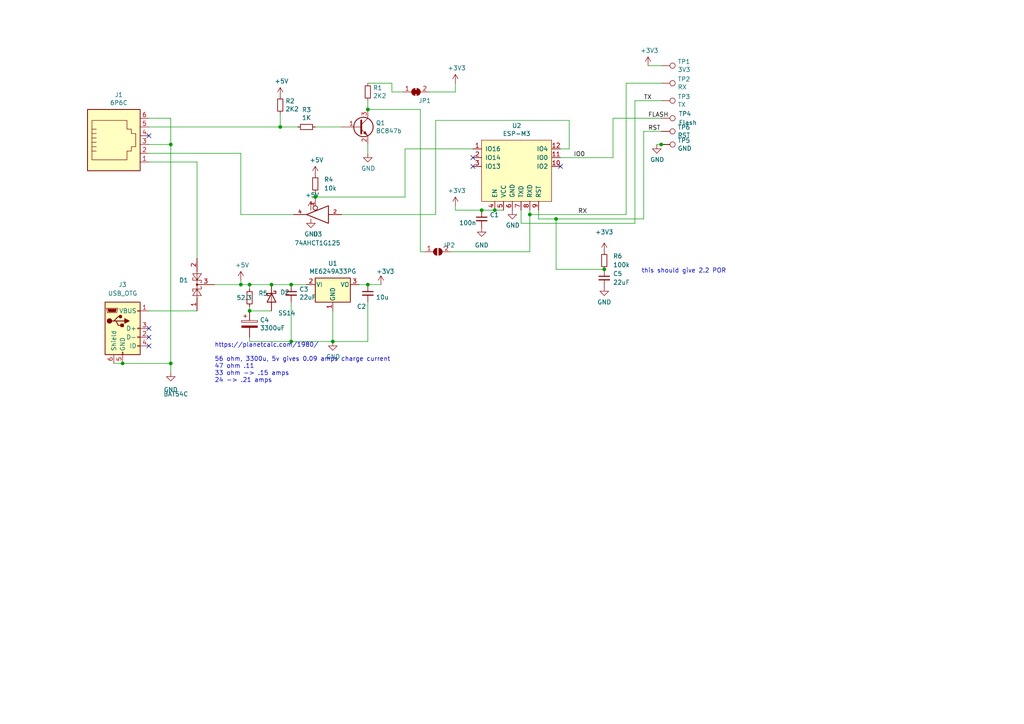
<source format=kicad_sch>
(kicad_sch (version 20211123) (generator eeschema)
  (paper "A4")
  (title_block (title "P1 wifi gateway 2021 v4") (date "2022-10-28") (rev "1") (company "Concept & Code"))
  (lib_symbols
    (symbol "74xGxx:74AHCT1G125" (pin_names (offset 1.016))
      (property "Reference" "U" (at -2.54 3.81 0))
      (property "Value" "74AHCT1G125" (at 0 -3.81 0))
      (symbol "74AHCT1G125_0_1"
        (polyline (pts (xy -3.81 2.54) (xy -3.81 -2.54) (xy 2.54 0) (xy -3.81 2.54)) (stroke (width 0.254)))
      )
      (symbol "74AHCT1G125_1_1"
        (pin input inverted (at 0 5.08 270) (length 3.81) (name "~") (number "1"))
        (pin input line (at -7.62 0 0) (length 3.81) (name "~") (number "2"))
        (pin power_in line (at 1.27 -1.27 270) (length 0) hide (name "GND") (number "3"))
        (pin tri_state line (at 6.35 0 180) (length 3.81) (name "~") (number "4"))
        (pin power_in line (at 1.27 1.27 90) (length 0) hide (name "VCC") (number "5"))
      )
    )
    (symbol "Connector:6P6C" (pin_names (offset 1.016))
      (property "Reference" "J" (at -5.08 11.43 0))
      (property "Value" "6P6C" (at 2.54 11.43 0))
      (symbol "6P6C_0_1"
        (polyline (pts (xy -6.35 -1.905) (xy -5.08 -1.905) (xy -5.08 -1.905)))
        (polyline (pts (xy -6.35 -0.635) (xy -5.08 -0.635) (xy -5.08 -0.635)))
        (polyline (pts (xy -6.35 0.635) (xy -5.08 0.635) (xy -5.08 0.635)))
        (polyline (pts (xy -6.35 1.905) (xy -5.08 1.905) (xy -5.08 1.905)))
        (polyline (pts (xy -6.35 3.175) (xy -5.08 3.175) (xy -5.08 3.175)))
        (polyline (pts (xy -5.08 4.445) (xy -6.35 4.445) (xy -6.35 4.445)))
        (polyline (pts (xy -6.35 -4.445) (xy -6.35 6.985) (xy 3.81 6.985) (xy 3.81 4.445) (xy 5.08 4.445) (xy 5.08 3.175) (xy 6.35 3.175) (xy 6.35 -0.635) (xy 5.08 -0.635) (xy 5.08 -1.905) (xy 3.81 -1.905) (xy 3.81 -4.445) (xy -6.35 -4.445) (xy -6.35 -4.445)))
        (rectangle (start 7.62 10.16) (end -7.62 -7.62) (stroke (width 0.254)) (fill (type background)))
      )
      (symbol "6P6C_1_1"
        (pin passive line (at 10.16 -5.08 180) (length 2.54) (name "~") (number "1"))
        (pin passive line (at 10.16 -2.54 180) (length 2.54) (name "~") (number "2"))
        (pin passive line (at 10.16 0 180) (length 2.54) (name "~") (number "3"))
        (pin passive line (at 10.16 2.54 180) (length 2.54) (name "~") (number "4"))
        (pin passive line (at 10.16 5.08 180) (length 2.54) (name "~") (number "5"))
        (pin passive line (at 10.16 7.62 180) (length 2.54) (name "~") (number "6"))
      )
    )
    (symbol "Connector:TestPoint" (pin_numbers hide) (pin_names (offset 0.762) hide)
      (property "Reference" "TP" (at 0 6.858 0))
      (property "Value" "TestPoint" (at 0 5.08 0))
      (symbol "TestPoint_0_1"
        (circle (center 0 3.302) (radius 0.762))
      )
      (symbol "TestPoint_1_1"
        (pin passive line (at 0 0 90) (length 2.54) (name "1") (number "1"))
      )
    )
    (symbol "Connector:USB_OTG" (pin_names (offset 1.016))
      (property "Reference" "J" (at -5.08 11.43 0))
      (property "Value" "USB_OTG" (at -5.08 8.89 0))
      (symbol "USB_OTG_0_1"
        (rectangle (start -5.08 -7.62) (end 5.08 7.62) (stroke (width 0.254)) (fill (type background)))
        (circle (center -3.81 2.159) (radius 0.635) (stroke (width 0.254)) (fill (type outline)))
        (circle (center -0.635 3.429) (radius 0.381) (stroke (width 0.254)) (fill (type outline)))
        (rectangle (start -0.127 -7.62) (end 0.127 -6.858))
        (polyline (pts (xy -1.905 2.159) (xy 0.635 2.159)) (stroke (width 0.254)))
        (polyline (pts (xy -3.175 2.159) (xy -2.54 2.159) (xy -1.27 3.429) (xy -0.635 3.429)) (stroke (width 0.254)))
        (polyline (pts (xy -2.54 2.159) (xy -1.905 2.159) (xy -1.27 0.889) (xy 0 0.889)) (stroke (width 0.254)))
        (polyline (pts (xy 0.635 2.794) (xy 0.635 1.524) (xy 1.905 2.159) (xy 0.635 2.794)) (stroke (width 0.254)) (fill (type outline)))
        (polyline (pts (xy -4.318 5.588) (xy -1.778 5.588) (xy -2.032 4.826) (xy -4.064 4.826) (xy -4.318 5.588)) (fill (type outline)))
        (polyline (pts (xy -4.699 5.842) (xy -4.699 5.588) (xy -4.445 4.826) (xy -4.445 4.572) (xy -1.651 4.572) (xy -1.651 4.826) (xy -1.397 5.588) (xy -1.397 5.842) (xy -4.699 5.842)))
        (rectangle (start 0.254 1.27) (end -0.508 0.508) (stroke (width 0.254)) (fill (type outline)))
        (rectangle (start 5.08 -5.207) (end 4.318 -4.953))
        (rectangle (start 5.08 -2.667) (end 4.318 -2.413))
        (rectangle (start 5.08 -0.127) (end 4.318 0.127))
        (rectangle (start 5.08 4.953) (end 4.318 5.207))
      )
      (symbol "USB_OTG_1_1"
        (pin passive line (at 7.62 5.08 180) (length 2.54) (name "VBUS") (number "1"))
        (pin bidirectional line (at 7.62 -2.54 180) (length 2.54) (name "D-") (number "2"))
        (pin bidirectional line (at 7.62 0 180) (length 2.54) (name "D+") (number "3"))
        (pin passive line (at 7.62 -5.08 180) (length 2.54) (name "ID") (number "4"))
        (pin passive line (at 0 -10.16 90) (length 2.54) (name "GND") (number "5"))
        (pin passive line (at -2.54 -10.16 90) (length 2.54) (name "Shield") (number "6"))
      )
    )
    (symbol "Device:CP" (pin_numbers hide) (pin_names (offset 0.254))
      (property "Reference" "C" (at 0.635 2.54 0))
      (property "Value" "Device_CP" (at 0.635 -2.54 0))
      (symbol "CP_0_1"
        (rectangle (start -2.286 0.508) (end 2.286 1.016))
        (polyline (pts (xy -1.778 2.286) (xy -0.762 2.286)))
        (polyline (pts (xy -1.27 2.794) (xy -1.27 1.778)))
        (rectangle (start 2.286 -0.508) (end -2.286 -1.016) (fill (type outline)))
      )
      (symbol "CP_1_1"
        (pin passive line (at 0 3.81 270) (length 2.794) (name "~") (number "1"))
        (pin passive line (at 0 -3.81 90) (length 2.794) (name "~") (number "2"))
      )
    )
    (symbol "Device:C_Small" (pin_numbers hide) (pin_names (offset 0.254) hide)
      (property "Reference" "C" (at 0.254 1.778 0))
      (property "Value" "C_Small" (at 0.254 -2.032 0))
      (symbol "C_Small_0_1"
        (polyline (pts (xy -1.524 -0.508) (xy 1.524 -0.508)) (stroke (width 0.3302)))
        (polyline (pts (xy -1.524 0.508) (xy 1.524 0.508)) (stroke (width 0.3048)))
      )
      (symbol "C_Small_1_1"
        (pin passive line (at 0 2.54 270) (length 2.032) (name "~") (number "1"))
        (pin passive line (at 0 -2.54 90) (length 2.032) (name "~") (number "2"))
      )
    )
    (symbol "Device:R_Small" (pin_numbers hide) (pin_names (offset 0.254) hide)
      (property "Reference" "R" (at 0.762 0.508 0))
      (property "Value" "R_Small" (at 0.762 -1.016 0))
      (symbol "R_Small_0_1"
        (rectangle (start -0.762 1.778) (end 0.762 -1.778) (stroke (width 0.2032)))
      )
      (symbol "R_Small_1_1"
        (pin passive line (at 0 2.54 270) (length 0.762) (name "~") (number "1"))
        (pin passive line (at 0 -2.54 90) (length 0.762) (name "~") (number "2"))
      )
    )
    (symbol "Diode:B160-E3" (pin_numbers hide) (pin_names hide)
      (property "Reference" "D" (at 0 2.54 0))
      (property "Value" "B160-E3" (at 0 -2.54 0))
      (symbol "B160-E3_0_1"
        (polyline (pts (xy 1.27 0) (xy -1.27 0)))
        (polyline (pts (xy 1.27 1.27) (xy 1.27 -1.27) (xy -1.27 0) (xy 1.27 1.27)) (stroke (width 0.254)))
        (polyline (pts (xy -1.905 0.635) (xy -1.905 1.27) (xy -1.27 1.27) (xy -1.27 -1.27) (xy -0.635 -1.27) (xy -0.635 -0.635)) (stroke (width 0.254)))
      )
      (symbol "B160-E3_1_1"
        (pin passive line (at -3.81 0 0) (length 2.54) (name "K") (number "1"))
        (pin passive line (at 3.81 0 180) (length 2.54) (name "A") (number "2"))
      )
    )
    (symbol "Diode:BAT54C" (pin_names (offset 1.016))
      (property "Reference" "D" (at 0.635 -3.81 0))
      (property "Value" "BAT54C" (at -6.35 3.175 0))
      (symbol "BAT54C_0_1"
        (polyline (pts (xy -1.905 0) (xy 1.905 0)))
        (polyline (pts (xy -1.905 1.27) (xy -1.905 1.016)))
        (polyline (pts (xy -1.27 -1.27) (xy -0.635 -1.27)))
        (polyline (pts (xy -1.27 0) (xy -3.81 0)))
        (polyline (pts (xy -1.27 1.27) (xy -1.905 1.27)))
        (polyline (pts (xy -1.27 1.27) (xy -1.27 -1.27)))
        (polyline (pts (xy -0.635 -1.27) (xy -0.635 -1.016)))
        (polyline (pts (xy 0.635 -1.27) (xy 0.635 -1.016)))
        (polyline (pts (xy 1.27 -1.27) (xy 0.635 -1.27)))
        (polyline (pts (xy 1.27 1.27) (xy 1.27 -1.27)))
        (polyline (pts (xy 1.27 1.27) (xy 1.905 1.27)))
        (polyline (pts (xy 1.905 1.27) (xy 1.905 1.016)))
        (polyline (pts (xy 3.81 0) (xy 1.27 0)))
        (polyline (pts (xy -3.175 -1.27) (xy -3.175 1.27) (xy -1.27 0) (xy -3.175 -1.27)))
        (polyline (pts (xy 3.175 -1.27) (xy 3.175 1.27) (xy 1.27 0) (xy 3.175 -1.27)))
        (circle (center 0 0) (radius 0.254) (fill (type outline)))
      )
      (symbol "BAT54C_1_1"
        (pin passive line (at -7.62 0 0) (length 3.81) (name "~") (number "1"))
        (pin passive line (at 7.62 0 180) (length 3.81) (name "~") (number "2"))
        (pin passive line (at 0 -5.08 90) (length 5.08) (name "~") (number "3"))
      )
    )
    (symbol "Jumper:SolderJumper_2_Bridged" (pin_names (offset 0) hide)
      (property "Reference" "JP" (at 0 2.032 0))
      (property "Value" "SolderJumper_2_Bridged" (at 0 -2.54 0))
      (symbol "SolderJumper_2_Bridged_0_1"
        (rectangle (start -0.508 0.508) (end 0.508 -0.508) (fill (type outline)))
        (arc (start -0.254 1.016) (mid -1.27 0) (end -0.254 -1.016))
        (arc (start -0.254 1.016) (mid -1.27 0) (end -0.254 -1.016) (fill (type outline)))
        (polyline (pts (xy -0.254 1.016) (xy -0.254 -1.016)))
        (polyline (pts (xy 0.254 1.016) (xy 0.254 -1.016)))
        (arc (start 0.254 -1.016) (mid 1.27 0) (end 0.254 1.016))
        (arc (start 0.254 -1.016) (mid 1.27 0) (end 0.254 1.016) (fill (type outline)))
      )
      (symbol "SolderJumper_2_Bridged_1_1"
        (pin passive line (at -3.81 0 0) (length 2.54) (name "A") (number "1"))
        (pin passive line (at 3.81 0 180) (length 2.54) (name "B") (number "2"))
      )
    )
    (symbol "Jumper:SolderJumper_2_Open" (pin_names (offset 0) hide)
      (property "Reference" "JP" (at 0 2.032 0))
      (property "Value" "SolderJumper_2_Open" (at 0 -2.54 0))
      (symbol "SolderJumper_2_Open_0_1"
        (arc (start -0.254 1.016) (mid -1.27 0) (end -0.254 -1.016))
        (arc (start -0.254 1.016) (mid -1.27 0) (end -0.254 -1.016) (fill (type outline)))
        (polyline (pts (xy -0.254 1.016) (xy -0.254 -1.016)))
        (polyline (pts (xy 0.254 1.016) (xy 0.254 -1.016)))
        (arc (start 0.254 -1.016) (mid 1.27 0) (end 0.254 1.016))
        (arc (start 0.254 -1.016) (mid 1.27 0) (end 0.254 1.016) (fill (type outline)))
      )
      (symbol "SolderJumper_2_Open_1_1"
        (pin passive line (at -3.81 0 0) (length 2.54) (name "A") (number "1"))
        (pin passive line (at 3.81 0 180) (length 2.54) (name "B") (number "2"))
      )
    )
    (symbol "P1-wifi-gateway21-rescue:ESP-M3-esp-m3-ESP-M3-rescue" (pin_names (offset 1.016))
      (property "Reference" "U" (at 2.54 19.05 0))
      (property "Value" "P1-wifi-gateway21-rescue_ESP-M3-esp-m3-ESP-M3-rescue" (at 10.16 7.62 0))
      (symbol "ESP-M3-esp-m3-ESP-M3-rescue_0_0"
        (pin bidirectional line (at -2.54 15.24 0) (length 2.54) (name "IO16") (number "1"))
        (pin bidirectional line (at 22.86 10.16 180) (length 2.54) (name "IO2") (number "10"))
        (pin bidirectional line (at 22.86 12.7 180) (length 2.54) (name "IO0") (number "11"))
        (pin bidirectional line (at 22.86 15.24 180) (length 2.54) (name "IO4") (number "12"))
        (pin bidirectional line (at -2.54 12.7 0) (length 2.54) (name "IO14") (number "2"))
        (pin bidirectional line (at -2.54 10.16 0) (length 2.54) (name "IO13") (number "3"))
        (pin input line (at 3.81 -2.54 90) (length 2.54) (name "EN") (number "4"))
        (pin power_in line (at 6.35 -2.54 90) (length 2.54) (name "VCC") (number "5"))
        (pin power_in line (at 8.89 -2.54 90) (length 2.54) (name "GND") (number "6"))
        (pin output line (at 11.43 -2.54 90) (length 2.54) (name "TXD") (number "7"))
        (pin input line (at 13.97 -2.54 90) (length 2.54) (name "RXD") (number "8"))
        (pin bidirectional line (at 16.51 -2.54 90) (length 2.54) (name "RST") (number "9"))
      )
      (symbol "ESP-M3-esp-m3-ESP-M3-rescue_0_1"
        (rectangle (start 0 17.78) (end 20.32 0) (fill (type background)))
      )
    )
    (symbol "Regulator_Linear:MCP1700-3302E_SOT89" (pin_names (offset 0.254))
      (property "Reference" "U" (at -3.81 3.175 0))
      (property "Value" "MCP1700-3302E_SOT89" (at 0 3.175 0))
      (symbol "MCP1700-3302E_SOT89_0_1"
        (rectangle (start -5.08 -5.08) (end 5.08 1.905) (stroke (width 0.254)) (fill (type background)))
      )
      (symbol "MCP1700-3302E_SOT89_1_1"
        (pin power_in line (at 0 -7.62 90) (length 2.54) (name "GND") (number "1"))
        (pin power_in line (at -7.62 0 0) (length 2.54) (name "VI") (number "2"))
        (pin power_out line (at 7.62 0 180) (length 2.54) (name "VO") (number "3"))
      )
    )
    (symbol "Transistor_BJT:BC847" (pin_names (offset 0) hide)
      (property "Reference" "Q" (at 5.08 1.905 0))
      (property "Value" "BC847" (at 5.08 0 0))
      (symbol "BC847_0_1"
        (polyline (pts (xy 0.635 0.635) (xy 2.54 2.54)))
        (polyline (pts (xy 0.635 -0.635) (xy 2.54 -2.54) (xy 2.54 -2.54)))
        (polyline (pts (xy 0.635 1.905) (xy 0.635 -1.905) (xy 0.635 -1.905)) (stroke (width 0.508)))
        (polyline (pts (xy 1.27 -1.778) (xy 1.778 -1.27) (xy 2.286 -2.286) (xy 1.27 -1.778) (xy 1.27 -1.778)) (fill (type outline)))
        (circle (center 1.27 0) (radius 2.8194) (stroke (width 0.254)))
      )
      (symbol "BC847_1_1"
        (pin input line (at -5.08 0 0) (length 5.715) (name "B") (number "1"))
        (pin passive line (at 2.54 -5.08 90) (length 2.54) (name "E") (number "2"))
        (pin passive line (at 2.54 5.08 270) (length 2.54) (name "C") (number "3"))
      )
    )
    (symbol "power:+3.3V" (power) (pin_names (offset 0))
      (property "Value" "+3.3V" (at 0 3.556 0))
      (symbol "+3.3V_0_1"
        (polyline (pts (xy -0.762 1.27) (xy 0 2.54)))
        (polyline (pts (xy 0 0) (xy 0 2.54)))
        (polyline (pts (xy 0 2.54) (xy 0.762 1.27)))
      )
      (symbol "+3.3V_1_1"
        (pin power_in line (at 0 0 90) (length 0) hide (name "+3V3") (number "1"))
      )
    )
    (symbol "power:+3V3" (power) (pin_names (offset 0))
      (property "Value" "+3V3" (at 0 3.556 0))
      (symbol "+3V3_0_1"
        (polyline (pts (xy -0.762 1.27) (xy 0 2.54)))
        (polyline (pts (xy 0 0) (xy 0 2.54)))
        (polyline (pts (xy 0 2.54) (xy 0.762 1.27)))
      )
      (symbol "+3V3_1_1"
        (pin power_in line (at 0 0 90) (length 0) hide (name "+3V3") (number "1"))
      )
    )
    (symbol "power:+5V" (power) (pin_names (offset 0))
      (property "Value" "+5V" (at 0 3.556 0))
      (symbol "+5V_0_1"
        (polyline (pts (xy -0.762 1.27) (xy 0 2.54)))
        (polyline (pts (xy 0 0) (xy 0 2.54)))
        (polyline (pts (xy 0 2.54) (xy 0.762 1.27)))
      )
      (symbol "+5V_1_1"
        (pin power_in line (at 0 0 90) (length 0) hide (name "+5V") (number "1"))
      )
    )
    (symbol "power:GND" (power) (pin_names (offset 0))
      (property "Value" "GND" (at 0 -3.81 0))
      (symbol "GND_0_1"
        (polyline (pts (xy 0 0) (xy 0 -1.27) (xy 1.27 -1.27) (xy 0 -2.54) (xy -1.27 -1.27) (xy 0 -1.27)))
      )
      (symbol "GND_1_1"
        (pin power_in line (at 0 0 270) (length 0) hide (name "GND") (number "1"))
      )
    )
  )
  (junction (at 49.53 41.91))
  (junction (at 161.29 63.5))
  (junction (at 81.28 36.83))
  (junction (at 84.455 99.06))
  (junction (at 96.52 99.06))
  (junction (at 139.7 60.96))
  (junction (at 49.53 105.41))
  (junction (at 106.68 82.55))
  (junction (at 84.455 82.55))
  (junction (at 78.74 82.55))
  (junction (at 175.26 78.105))
  (junction (at 191.77 41.91))
  (junction (at 91.44 57.15))
  (junction (at 106.68 31.75))
  (junction (at 143.51 60.96))
  (junction (at 72.39 90.17))
  (junction (at 35.56 105.41))
  (junction (at 69.85 82.55))
  (junction (at 153.67 62.23))
  (junction (at 72.39 82.55))
  (no_connect (at 162.56 48.26))
  (no_connect (at 137.16 48.26))
  (no_connect (at 137.16 45.72))
  (no_connect (at 43.18 95.25))
  (no_connect (at 43.18 100.33))
  (no_connect (at 43.18 97.79))
  (no_connect (at 43.18 39.37))
  (wire (pts (xy 84.455 82.55) (xy 88.9 82.55)))
  (wire (pts (xy 43.18 41.91) (xy 49.53 41.91)))
  (wire (pts (xy 84.455 99.06) (xy 96.52 99.06)))
  (wire (pts (xy 190.5 41.91) (xy 191.77 41.91)))
  (wire (pts (xy 113.665 26.67) (xy 113.665 24.13)))
  (wire (pts (xy 86.36 36.83) (xy 81.28 36.83)))
  (wire (pts (xy 121.92 31.75) (xy 106.68 31.75)))
  (wire (pts (xy 132.08 24.13) (xy 132.08 26.67)))
  (wire (pts (xy 72.39 88.9) (xy 72.39 90.17)))
  (wire (pts (xy 121.92 31.75) (xy 121.92 73.025)))
  (wire (pts (xy 49.53 34.29) (xy 43.18 34.29)))
  (wire (pts (xy 96.52 90.17) (xy 96.52 99.06)))
  (wire (pts (xy 106.68 87.63) (xy 106.68 99.06)))
  (wire (pts (xy 191.77 41.91) (xy 194.31 41.91)))
  (wire (pts (xy 191.77 19.05) (xy 187.96 19.05)))
  (wire (pts (xy 43.18 44.45) (xy 69.85 44.45)))
  (wire (pts (xy 161.29 78.105) (xy 175.26 78.105)))
  (wire (pts (xy 84.455 87.63) (xy 84.455 99.06)))
  (wire (pts (xy 165.1 34.925) (xy 165.1 43.18)))
  (wire (pts (xy 181.61 24.13) (xy 181.61 62.23)))
  (wire (pts (xy 43.18 36.83) (xy 81.28 36.83)))
  (wire (pts (xy 126.365 34.925) (xy 165.1 34.925)))
  (wire (pts (xy 186.69 38.1) (xy 186.69 63.5)))
  (wire (pts (xy 43.18 90.17) (xy 57.15 90.17)))
  (wire (pts (xy 91.44 57.15) (xy 117.475 57.15)))
  (wire (pts (xy 116.84 26.67) (xy 113.665 26.67)))
  (wire (pts (xy 156.21 63.5) (xy 156.21 60.96)))
  (wire (pts (xy 184.15 64.77) (xy 184.15 29.21)))
  (wire (pts (xy 126.365 62.23) (xy 126.365 34.925)))
  (wire (pts (xy 78.74 82.55) (xy 84.455 82.55)))
  (wire (pts (xy 72.39 82.55) (xy 78.74 82.55)))
  (wire (pts (xy 162.56 45.72) (xy 177.8 45.72)))
  (wire (pts (xy 91.44 55.88) (xy 91.44 57.15)))
  (wire (pts (xy 130.81 73.025) (xy 153.67 73.025)))
  (wire (pts (xy 106.68 29.21) (xy 106.68 31.75)))
  (wire (pts (xy 104.14 82.55) (xy 106.68 82.55)))
  (wire (pts (xy 43.18 46.99) (xy 57.15 46.99)))
  (wire (pts (xy 72.39 97.79) (xy 72.39 99.06)))
  (wire (pts (xy 139.7 60.96) (xy 143.51 60.96)))
  (wire (pts (xy 117.475 43.18) (xy 137.16 43.18)))
  (wire (pts (xy 177.8 34.29) (xy 177.8 45.72)))
  (wire (pts (xy 181.61 62.23) (xy 153.67 62.23)))
  (wire (pts (xy 106.68 82.55) (xy 110.49 82.55)))
  (wire (pts (xy 49.53 41.91) (xy 49.53 105.41)))
  (wire (pts (xy 99.06 36.83) (xy 91.44 36.83)))
  (wire (pts (xy 121.92 73.025) (xy 123.19 73.025)))
  (wire (pts (xy 69.85 81.28) (xy 69.85 82.55)))
  (wire (pts (xy 49.53 41.91) (xy 49.53 34.29)))
  (wire (pts (xy 33.02 105.41) (xy 35.56 105.41)))
  (wire (pts (xy 165.1 43.18) (xy 162.56 43.18)))
  (wire (pts (xy 151.13 60.96) (xy 151.13 64.77)))
  (wire (pts (xy 161.29 63.5) (xy 186.69 63.5)))
  (wire (pts (xy 72.39 99.06) (xy 84.455 99.06)))
  (wire (pts (xy 153.67 60.96) (xy 153.67 62.23)))
  (wire (pts (xy 57.15 74.93) (xy 57.15 46.99)))
  (wire (pts (xy 139.7 60.96) (xy 132.08 60.96)))
  (wire (pts (xy 161.29 63.5) (xy 161.29 78.105)))
  (wire (pts (xy 106.68 41.91) (xy 106.68 44.45)))
  (wire (pts (xy 191.77 38.1) (xy 186.69 38.1)))
  (wire (pts (xy 117.475 57.15) (xy 117.475 43.18)))
  (wire (pts (xy 69.85 62.23) (xy 85.09 62.23)))
  (wire (pts (xy 132.08 59.69) (xy 132.08 60.96)))
  (wire (pts (xy 143.51 60.96) (xy 146.05 60.96)))
  (wire (pts (xy 156.21 63.5) (xy 161.29 63.5)))
  (wire (pts (xy 184.15 29.21) (xy 191.77 29.21)))
  (wire (pts (xy 191.77 34.29) (xy 177.8 34.29)))
  (wire (pts (xy 96.52 99.06) (xy 106.68 99.06)))
  (wire (pts (xy 72.39 83.82) (xy 72.39 82.55)))
  (wire (pts (xy 132.08 26.67) (xy 124.46 26.67)))
  (wire (pts (xy 81.28 36.83) (xy 81.28 33.02)))
  (wire (pts (xy 99.06 62.23) (xy 126.365 62.23)))
  (wire (pts (xy 72.39 90.17) (xy 78.74 90.17)))
  (wire (pts (xy 153.67 62.23) (xy 153.67 73.025)))
  (wire (pts (xy 49.53 105.41) (xy 49.53 107.95)))
  (wire (pts (xy 113.665 24.13) (xy 106.68 24.13)))
  (wire (pts (xy 69.85 82.55) (xy 72.39 82.55)))
  (wire (pts (xy 151.13 64.77) (xy 184.15 64.77)))
  (wire (pts (xy 69.85 44.45) (xy 69.85 62.23)))
  (wire (pts (xy 62.23 82.55) (xy 69.85 82.55)))
  (wire (pts (xy 191.77 24.13) (xy 181.61 24.13)))
  (wire (pts (xy 35.56 105.41) (xy 49.53 105.41)))
  (text "https://planetcalc.com/1980/\n\n56 ohm, 3300u, 5v gives 0.09 amps charge current\n47 ohm .11\n33 ohm -> .15 amps\n24 -> .21 amps" (at 62.23 111.125 0) (effects (font (size 1.27 1.27)) (justify left bottom)))
  (text "this should give 2.2 POR" (at 186.055 79.375 0) (effects (font (size 1.27 1.27)) (justify left bottom)))
  (label "IO0" (at 166.37 45.72 0))
  (label "FLASH" (at 187.96 34.29 0))
  (label "RX" (at 167.64 62.23 0))
  (label "RST" (at 187.96 38.1 0))
  (label "TX" (at 186.69 29.21 0))
  (symbol (lib_id "power:+5V") (at 69.85 81.28 0) (unit 1)
    (property "Reference" "#PWR0103" (effects hide))
    (property "Value" "+5V" (at 70.231 76.8858 0))
  )
  (symbol (lib_id "power:GND") (at 96.52 99.06 0) (unit 1)
    (property "Reference" "#PWR0101" (effects hide))
    (property "Value" "GND" (at 96.647 103.4542 0))
  )
  (symbol (lib_id "power:+3V3") (at 110.49 82.55 0) (unit 1)
    (property "Reference" "#PWR0102" (effects hide))
    (property "Value" "+3V3" (at 111.76 78.74 0))
  )
  (symbol (lib_id "P1-wifi-gateway21-rescue:ESP-M3-esp-m3-ESP-M3-rescue") (at 139.7 58.42 0) (unit 1)
    (property "Reference" "U2" (at 149.86 36.449 0))
    (property "Value" "ESP-M3" (at 149.86 38.7604 0))
    (property "Footprint" "ESP8266 (TINKER):ESP-M3" (effects hide))
  )
  (symbol (lib_id "power:GND") (at 148.59 60.96 0) (unit 1)
    (property "Reference" "#PWR0116" (effects hide))
    (property "Value" "GND" (at 148.717 65.3542 0))
  )
  (symbol (lib_id "power:+3.3V") (at 132.08 59.69 0) (unit 1)
    (property "Reference" "#PWR0113" (effects hide))
    (property "Value" "+3.3V" (at 132.461 55.2958 0))
  )
  (symbol (lib_id "Device:CP") (at 72.39 93.98 0) (unit 1)
    (property "Reference" "C4" (at 75.3872 92.8116 0) (effects (justify left)))
    (property "Value" "3300uF" (at 75.3872 95.123 0) (effects (justify left)))
    (property "Footprint" "Capacitor_THT:CP_Radial_D8.0mm_P5.00mm" (effects hide))
    (property "Datasheet" "http://datasheets.avx.com/TAJ.pdf" (effects hide))
    (property "P/N" "TAJB226M010RNJ" (effects hide))
  )
  (symbol (lib_id "Connector:6P6C") (at 33.02 41.91 0) (unit 1)
    (property "Reference" "J1" (at 34.4678 27.5082 0))
    (property "Value" "6P6C" (at 34.4678 29.8196 0))
    (property "Footprint" "Connector_RJ:RJ12_Amphenol_54601" (effects hide))
  )
  (symbol (lib_id "Transistor_BJT:BC847") (at 104.14 36.83 0) (unit 1)
    (property "Reference" "Q1" (at 108.9914 35.6616 0) (effects (justify left)))
    (property "Value" "BC847b" (at 108.9914 37.973 0) (effects (justify left)))
    (property "Footprint" "Package_TO_SOT_SMD:SOT-23" (effects hide))
    (property "Datasheet" "https://datasheet.lcsc.com/lcsc/2205161616_FUXINSEMI-BC847B_C3018506.pdf" (effects hide))
    (property "LCSC" "C3018506" (effects hide))
  )
  (symbol (lib_id "Device:R_Small") (at 81.28 30.48 0) (unit 1)
    (property "Reference" "R2" (at 82.7786 29.3116 0) (effects (justify left)))
    (property "Value" "2K2" (at 82.7786 31.623 0) (effects (justify left)))
    (property "Footprint" "Resistor_SMD:R_1206_3216Metric" (effects hide))
    (property "LCSC" "C114933" (effects hide))
  )
  (symbol (lib_id "Device:R_Small") (at 106.68 26.67 0) (unit 1)
    (property "Reference" "R1" (at 108.1786 25.5016 0) (effects (justify left)))
    (property "Value" "2K2" (at 108.1786 27.813 0) (effects (justify left)))
    (property "Footprint" "Resistor_SMD:R_1206_3216Metric" (effects hide))
    (property "LCSC" "C114933" (effects hide))
  )
  (symbol (lib_id "Device:R_Small") (at 88.9 36.83 270) (unit 1)
    (property "Reference" "R3" (at 88.9 31.8516 90))
    (property "Value" "1K" (at 88.9 34.163 90))
    (property "Footprint" "Resistor_SMD:R_1206_3216Metric" (effects hide))
    (property "LCSC" "C131398" (effects hide))
  )
  (symbol (lib_id "Regulator_Linear:MCP1700-3302E_SOT89") (at 96.52 82.55 0) (unit 1)
    (property "Reference" "U1" (at 96.52 76.4032 0))
    (property "Value" "ME6249A33PG" (at 96.52 78.7146 0))
    (property "Footprint" "Package_TO_SOT_SMD:SOT-89-3" (effects hide))
    (property "Datasheet" "https://datasheet.lcsc.com/lcsc/1912111437_MICRONE-Nanjing-Micro-One-Elec-ME6249A33PG_C427607.pdf" (effects hide))
    (property "LCSC" "C427607" (effects hide))
  )
  (symbol (lib_id "power:GND") (at 106.68 44.45 0) (unit 1)
    (property "Reference" "#PWR0104" (effects hide))
    (property "Value" "GND" (at 106.807 48.8442 0))
  )
  (symbol (lib_id "power:+3V3") (at 132.08 24.13 0) (unit 1)
    (property "Reference" "#PWR0105" (effects hide))
    (property "Value" "+3V3" (at 132.461 19.7358 0))
  )
  (symbol (lib_id "Device:C_Small") (at 106.68 85.09 0) (unit 1)
    (property "Reference" "C2" (at 103.505 88.9 0) (effects (justify left)))
    (property "Value" "10u" (at 109.0168 86.233 0) (effects (justify left)))
    (property "Footprint" "Capacitor_SMD:C_1206_3216Metric" (effects hide))
    (property "Datasheet" "https://datasheet.lcsc.com/lcsc/1810221112_Samsung-Electro-Mechanics-CL31A106KBHNNNE_C13585.pdf" (effects hide))
    (property "LCSC" "C13585" (effects hide))
  )
  (symbol (lib_id "power:+5V") (at 81.28 27.94 0) (unit 1)
    (property "Reference" "#PWR0106" (effects hide))
    (property "Value" "+5V" (at 81.661 23.5458 0))
  )
  (symbol (lib_id "Connector:TestPoint") (at 191.77 19.05 270) (unit 1)
    (property "Reference" "TP1" (at 196.5452 17.8816 90) (effects (justify left)))
    (property "Value" "3V3" (at 196.5452 20.193 90) (effects (justify left)))
    (property "Footprint" "TestPoint:TestPoint_Pad_1.5x1.5mm" (effects hide))
  )
  (symbol (lib_id "Connector:TestPoint") (at 191.77 41.91 270) (unit 1)
    (property "Reference" "TP5" (at 196.5452 40.7416 90) (effects (justify left)))
    (property "Value" "GND" (at 196.5452 43.053 90) (effects (justify left)))
    (property "Footprint" "TestPoint:TestPoint_Pad_1.5x1.5mm" (effects hide))
  )
  (symbol (lib_id "Connector:TestPoint") (at 191.77 24.13 270) (unit 1)
    (property "Reference" "TP2" (at 196.5452 22.9616 90) (effects (justify left)))
    (property "Value" "RX" (at 196.5452 25.273 90) (effects (justify left)))
    (property "Footprint" "TestPoint:TestPoint_Pad_1.5x1.5mm" (effects hide))
  )
  (symbol (lib_id "Connector:TestPoint") (at 191.77 29.21 270) (unit 1)
    (property "Reference" "TP3" (at 196.5452 28.0416 90) (effects (justify left)))
    (property "Value" "TX" (at 196.5452 30.353 90) (effects (justify left)))
    (property "Footprint" "TestPoint:TestPoint_Pad_1.5x1.5mm" (effects hide))
  )
  (symbol (lib_id "power:GND") (at 190.5 41.91 0) (unit 1)
    (property "Reference" "#PWR0107" (effects hide))
    (property "Value" "GND" (at 190.627 46.3042 0))
  )
  (symbol (lib_id "power:+3V3") (at 187.96 19.05 0) (unit 1)
    (property "Reference" "#PWR0108" (effects hide))
    (property "Value" "+3V3" (at 188.341 14.6558 0))
  )
  (symbol (lib_id "Device:C_Small") (at 139.7 63.5 0) (unit 1)
    (property "Reference" "C1" (at 142.0368 62.3316 0) (effects (justify left)))
    (property "Value" "100n" (at 133.1468 64.643 0) (effects (justify left)))
    (property "Footprint" "Capacitor_SMD:C_1206_3216Metric" (effects hide))
    (property "LCSC" "C24497" (effects hide))
  )
  (symbol (lib_id "Device:C_Small") (at 84.455 85.09 0) (unit 1)
    (property "Reference" "C3" (at 86.7918 83.9216 0) (effects (justify left)))
    (property "Value" "22uF" (at 86.7918 86.233 0) (effects (justify left)))
    (property "Footprint" "Capacitor_SMD:C_1206_3216Metric" (effects hide))
    (property "LCSC" "C5672" (effects hide))
  )
  (symbol (lib_id "power:+5V") (at 90.17 60.96 0) (unit 1)
    (property "Reference" "#PWR02" (effects hide))
    (property "Value" "+5V" (at 90.551 56.5658 0))
  )
  (symbol (lib_id "power:+5V") (at 91.44 50.8 0) (unit 1)
    (property "Reference" "#PWR04" (effects hide))
    (property "Value" "+5V" (at 91.821 46.4058 0))
  )
  (symbol (lib_id "Jumper:SolderJumper_2_Open") (at 127 73.025 0) (unit 1)
    (property "Reference" "JP2" (at 130.175 71.12 0))
    (property "Value" "SolderJumper_2_Open" (effects hide))
    (property "Footprint" "Jumper:SolderJumper-2_P1.3mm_Open_TrianglePad1.0x1.5mm" (effects hide))
  )
  (symbol (lib_id "Diode:BAT54C") (at 57.15 82.55 90) (unit 1)
    (property "Reference" "D1" (at 54.61 81.2799 90) (effects (justify left)))
    (property "Value" "BAT54C" (at 54.61 114.2999 90) (effects (justify left)))
    (property "Footprint" "Package_TO_SOT_SMD:SOT-23" (effects hide))
    (property "Datasheet" "http://www.diodes.com/_files/datasheets/ds11005.pdf" (effects hide))
    (property "LCSC" "C37704" (effects hide))
  )
  (symbol (lib_id "Connector:USB_OTG") (at 35.56 95.25 0) (unit 1)
    (property "Reference" "J3" (at 35.56 82.55 0))
    (property "Value" "USB_OTG" (at 35.56 85.09 0))
    (property "Footprint" "Connector_USB:USB_Micro-B_Ali_power_only" (effects hide))
    (property "Datasheet" " ~" (effects hide))
  )
  (symbol (lib_id "power:+3.3V") (at 175.26 73.025 0) (unit 1)
    (property "Reference" "#PWR06" (effects hide))
    (property "Value" "+3.3V" (at 175.26 67.31 0))
  )
  (symbol (lib_id "Device:R_Small") (at 72.39 86.36 0) (unit 1)
    (property "Reference" "R5" (at 74.93 85.0899 0) (effects (justify left)))
    (property "Value" "52.3" (at 68.58 86.36 0) (effects (justify left)))
    (property "Footprint" "Resistor_SMD:R_1206_3216Metric" (effects hide))
    (property "LCSC" "C137255" (effects hide))
  )
  (symbol (lib_id "Device:C_Small") (at 175.26 80.645 0) (unit 1)
    (property "Reference" "C5" (at 177.8 79.3812 0) (effects (justify left)))
    (property "Value" "22uF" (at 177.8 81.9212 0) (effects (justify left)))
    (property "Footprint" "Capacitor_SMD:C_1206_3216Metric" (effects hide))
    (property "LCSC" "C105480" (effects hide))
  )
  (symbol (lib_id "Diode:B160-E3") (at 78.74 86.36 270) (unit 1)
    (property "Reference" "D2" (at 81.28 84.7724 90) (effects (justify left)))
    (property "Value" "SS14" (at 80.645 90.805 90) (effects (justify left)))
    (property "Footprint" "Diode_SMD:D_SMA" (effects hide))
    (property "Datasheet" "https://datasheet.lcsc.com/lcsc/2204121115_MDD-Microdiode-Electronics--SS14_C2480.pdf" (effects hide))
    (property "LCSC" "C2480" (effects hide))
  )
  (symbol (lib_id "74xGxx:74AHCT1G125") (at 91.44 62.23 0) (mirror y) (unit 1)
    (property "Reference" "U3" (at 92.075 67.945 0))
    (property "Value" "74AHCT1G125" (at 92.075 70.485 0))
    (property "Footprint" "Package_TO_SOT_SMD:SOT-23-5" (effects hide))
    (property "Datasheet" "https://www.ti.com/cn/lit/gpn/sn74ahct1g125" (effects hide))
    (property "LCSC" "C7484" (effects hide))
  )
  (symbol (lib_id "Device:R_Small") (at 91.44 53.34 0) (unit 1)
    (property "Reference" "R4" (at 93.98 52.0699 0) (effects (justify left)))
    (property "Value" "10k" (at 93.98 54.6099 0) (effects (justify left)))
    (property "Footprint" "Resistor_SMD:R_1206_3216Metric" (effects hide))
    (property "LCSC" "C132649" (effects hide))
  )
  (symbol (lib_id "Connector:TestPoint") (at 191.77 38.1 270) (unit 1)
    (property "Reference" "TP6" (at 196.5452 36.9316 90) (effects (justify left)))
    (property "Value" "RST" (at 196.5452 39.243 90) (effects (justify left)))
    (property "Footprint" "TestPoint:TestPoint_Pad_1.5x1.5mm" (effects hide))
  )
  (symbol (lib_id "power:GND") (at 139.7 66.04 0) (unit 1)
    (property "Reference" "#PWR05" (effects hide))
    (property "Value" "GND" (at 139.7 71.12 0))
  )
  (symbol (lib_id "power:GND") (at 90.17 63.5 0) (unit 1)
    (property "Reference" "#PWR03" (effects hide))
    (property "Value" "GND" (at 90.297 67.8942 0))
  )
  (symbol (lib_id "Device:R_Small") (at 175.26 75.565 0) (unit 1)
    (property "Reference" "R6" (at 177.8 74.2949 0) (effects (justify left)))
    (property "Value" "100k" (at 177.8 76.8349 0) (effects (justify left)))
    (property "Footprint" "Resistor_SMD:R_1206_3216Metric" (effects hide))
    (property "LCSC" "C104603" (effects hide))
  )
  (symbol (lib_id "power:GND") (at 49.53 107.95 0) (unit 1)
    (property "Reference" "#PWR01" (effects hide))
    (property "Value" "GND" (at 49.53 113.03 0))
  )
  (symbol (lib_id "Jumper:SolderJumper_2_Bridged") (at 120.65 26.67 0) (unit 1)
    (property "Reference" "JP1" (at 123.19 29.21 0))
    (property "Value" "SolderJumper_2_Bridged" (effects hide))
    (property "Footprint" "Jumper:SolderJumper-2_P1.3mm_Bridged_RoundedPad1.0x1.5mm" (effects hide))
  )
  (symbol (lib_id "power:GND") (at 175.26 83.185 0) (unit 1)
    (property "Reference" "#PWR07" (effects hide))
    (property "Value" "GND" (at 175.26 87.63 0))
  )
  (symbol (lib_id "Connector:TestPoint") (at 191.77 34.29 270) (unit 1)
    (property "Reference" "TP4" (at 196.85 33.0199 90) (effects (justify left)))
    (property "Value" "Flash" (at 196.85 35.5599 90) (effects (justify left)))
    (property "Footprint" "TestPoint:TestPoint_Pad_1.5x1.5mm" (effects hide))
  )
)
</source>
